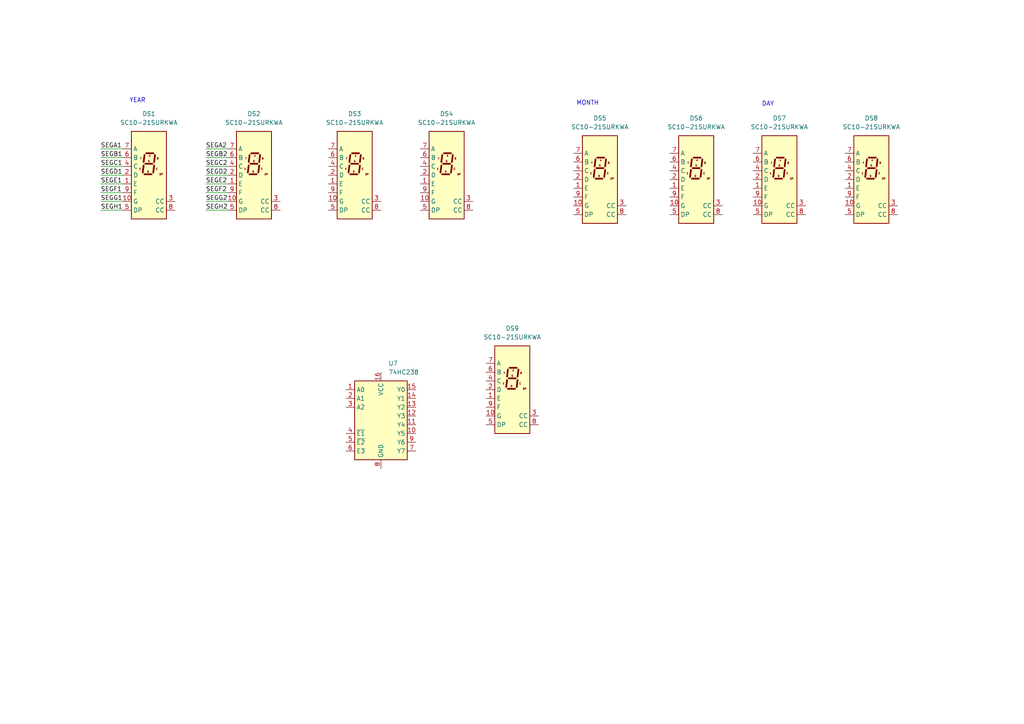
<source format=kicad_sch>
(kicad_sch (version 20250114) (generator "eeschema") (generator_version "9.0")
  (paper "A4")
  (lib_symbols
    (symbol "74xx:74HC238"
      (property "Reference" "U" (at -7.62 13.97 0))
      (property "Value" "74HC238" (at 2.54 -11.43 0))
      (symbol "74HC238_0_1"
        (rectangle (start -7.62 12.7) (end 7.62 -10.16) (stroke (width 0.254)) (fill (type background)))
      )
      (symbol "74HC238_1_1"
        (pin input line (at -10.16 10.16 0) (length 2.54) (name "A0") (number "1"))
        (pin input line (at -10.16 7.62 0) (length 2.54) (name "A1") (number "2"))
        (pin input line (at -10.16 5.08 0) (length 2.54) (name "A2") (number "3"))
        (pin input line (at -10.16 -2.54 0) (length 2.54) (name "~{E1}") (number "4"))
        (pin input line (at -10.16 -5.08 0) (length 2.54) (name "~{E2}") (number "5"))
        (pin input line (at -10.16 -7.62 0) (length 2.54) (name "E3") (number "6"))
        (pin power_in line (at 0 15.24 270) (length 2.54) (name "VCC") (number "16"))
        (pin power_in line (at 0 -12.7 90) (length 2.54) (name "GND") (number "8"))
        (pin output line (at 10.16 10.16 180) (length 2.54) (name "Y0") (number "15"))
        (pin output line (at 10.16 7.62 180) (length 2.54) (name "Y1") (number "14"))
        (pin output line (at 10.16 5.08 180) (length 2.54) (name "Y2") (number "13"))
        (pin output line (at 10.16 2.54 180) (length 2.54) (name "Y3") (number "12"))
        (pin output line (at 10.16 0 180) (length 2.54) (name "Y4") (number "11"))
        (pin output line (at 10.16 -2.54 180) (length 2.54) (name "Y5") (number "10"))
        (pin output line (at 10.16 -5.08 180) (length 2.54) (name "Y6") (number "9"))
        (pin output line (at 10.16 -7.62 180) (length 2.54) (name "Y7") (number "7"))
      )
    )
    (symbol "7Segment:SC10-21SURKWA"
      (property "Reference" "DS" (at 0 2.794 0))
      (property "Value" "SC10-21SURKWA" (at 0 1.016 0))
      (symbol "SC10-21SURKWA_0_0"
        (text "E" (at -2.54 -10.922 0) (effects (font (size 0.508 0.508))))
        (text "F" (at -2.286 -7.874 0) (effects (font (size 0.508 0.508))))
        (text "D" (at -0.254 -11.684 0) (effects (font (size 0.508 0.508))))
        (text "G" (at 0 -8.636 0) (effects (font (size 0.508 0.508))))
        (text "A" (at 0.254 -7.112 0) (effects (font (size 0.508 0.508))))
        (text "C" (at 2.286 -10.922 0) (effects (font (size 0.508 0.508))))
        (text "B" (at 2.54 -7.874 0) (effects (font (size 0.508 0.508))))
        (text "DP" (at 3.556 -12.446 0) (effects (font (size 0.508 0.508))))
      )
      (symbol "SC10-21SURKWA_0_1"
        (rectangle (start -5.08 0) (end 5.08 -25.4) (stroke (width 0.254)) (fill (type background)))
        (polyline (pts (xy -1.524 -9.906) (xy -1.778 -11.938)) (stroke (width 0.508)))
        (polyline (pts (xy -1.27 -6.858) (xy -1.524 -8.89)) (stroke (width 0.508)))
        (polyline (pts (xy -1.27 -12.446) (xy 0.762 -12.446)) (stroke (width 0.508)))
        (polyline (pts (xy -1.016 -9.398) (xy 1.016 -9.398)) (stroke (width 0.508)))
        (polyline (pts (xy -0.762 -6.35) (xy 1.27 -6.35)) (stroke (width 0.508)))
        (polyline (pts (xy 1.524 -9.906) (xy 1.27 -11.938)) (stroke (width 0.508)))
        (polyline (pts (xy 1.778 -6.858) (xy 1.524 -8.89)) (stroke (width 0.508)))
        (polyline (pts (xy 2.54 -12.446) (xy 2.54 -12.446)) (stroke (width 0.508)))
      )
      (symbol "SC10-21SURKWA_1_1"
        (pin input line (at -7.62 -5.08 0) (length 2.54) (name "A") (number "7"))
        (pin input line (at -7.62 -7.62 0) (length 2.54) (name "B") (number "6"))
        (pin input line (at -7.62 -10.16 0) (length 2.54) (name "C") (number "4"))
        (pin input line (at -7.62 -12.7 0) (length 2.54) (name "D") (number "2"))
        (pin input line (at -7.62 -15.24 0) (length 2.54) (name "E") (number "1"))
        (pin input line (at -7.62 -17.78 0) (length 2.54) (name "F") (number "9"))
        (pin input line (at -7.62 -20.32 0) (length 2.54) (name "G") (number "10"))
        (pin input line (at -7.62 -22.86 0) (length 2.54) (name "DP") (number "5"))
        (pin input line (at 7.62 -20.32 180) (length 2.54) (name "CC") (number "3"))
        (pin input line (at 7.62 -22.86 180) (length 2.54) (name "CC") (number "8"))
      )
    )
  )
  (text "DAY" (at 222.758 30.226 0) (effects (font (size 1.27 1.27))))
  (text "MONTH" (at 170.434 29.972 0) (effects (font (size 1.27 1.27))))
  (text "YEAR" (at 39.878 29.21 0) (effects (font (size 1.27 1.27))))
  (wire (pts (xy 29.21 58.42) (xy 35.56 58.42)))
  (wire (pts (xy 59.69 48.26) (xy 66.04 48.26)))
  (wire (pts (xy 29.21 55.88) (xy 35.56 55.88)))
  (wire (pts (xy 59.69 58.42) (xy 66.04 58.42)))
  (wire (pts (xy 59.69 43.18) (xy 66.04 43.18)))
  (wire (pts (xy 29.21 50.8) (xy 35.56 50.8)))
  (wire (pts (xy 29.21 48.26) (xy 35.56 48.26)))
  (wire (pts (xy 59.69 45.72) (xy 66.04 45.72)))
  (wire (pts (xy 59.69 55.88) (xy 66.04 55.88)))
  (wire (pts (xy 29.21 53.34) (xy 35.56 53.34)))
  (wire (pts (xy 29.21 43.18) (xy 35.56 43.18)))
  (wire (pts (xy 29.21 45.72) (xy 35.56 45.72)))
  (wire (pts (xy 59.69 50.8) (xy 66.04 50.8)))
  (wire (pts (xy 59.69 60.96) (xy 66.04 60.96)))
  (wire (pts (xy 29.21 60.96) (xy 35.56 60.96)))
  (wire (pts (xy 59.69 53.34) (xy 66.04 53.34)))
  (label "SEGF1" (at 29.21 55.88 0))
  (label "SEGF2" (at 59.69 55.88 0))
  (label "SEGB2" (at 59.69 45.72 0))
  (label "SEGE1" (at 29.21 53.34 0))
  (label "SEGH1" (at 29.21 60.96 0))
  (label "SEGD2" (at 59.69 50.8 0))
  (label "SEGA2" (at 59.69 43.18 0))
  (label "SEGG1" (at 29.21 58.42 0))
  (label "SEGB1" (at 29.21 45.72 0))
  (label "SEGE2" (at 59.69 53.34 0))
  (label "SEGH2" (at 59.69 60.96 0))
  (label "SEGD1" (at 29.21 50.8 0))
  (label "SEGG2" (at 59.69 58.42 0))
  (label "SEGC2" (at 59.69 48.26 0))
  (label "SEGC1" (at 29.21 48.26 0))
  (label "SEGA1" (at 29.21 43.18 0))
  (symbol (lib_id "7Segment:SC10-21SURKWA") (at 102.87 38.1 0) (unit 1)
    (property "Reference" "DS3" (at 102.87 33.02 0))
    (property "Value" "SC10-21SURKWA" (at 102.87 35.56 0))
    (property "Footprint" "Display_Custom:SC10-21SURKWA" (effects (hide yes)))
  )
  (symbol (lib_id "7Segment:SC10-21SURKWA") (at 252.73 39.37 0) (unit 1)
    (property "Reference" "DS8" (at 252.73 34.29 0))
    (property "Value" "SC10-21SURKWA" (at 252.73 36.83 0))
    (property "Footprint" "Display_Custom:SC10-21SURKWA" (effects (hide yes)))
  )
  (symbol (lib_id "74xx:74HC238") (at 110.49 123.19 0) (unit 1)
    (property "Reference" "U7" (at 112.6333 105.41 0) (effects (justify left)))
    (property "Value" "74HC238" (at 112.6333 107.95 0) (effects (justify left)))
    (property "Datasheet" "https://www.ti.com/lit/ds/symlink/cd74hc238.pdf" (effects (hide yes)))
    (property "Description" "3-to-8 line decoder/multiplexer, DIP-16/SOIC-16/SSOP-16" (effects (hide yes)))
  )
  (symbol (lib_id "7Segment:SC10-21SURKWA") (at 226.06 39.37 0) (unit 1)
    (property "Reference" "DS7" (at 226.06 34.29 0))
    (property "Value" "SC10-21SURKWA" (at 226.06 36.83 0))
    (property "Footprint" "Display_Custom:SC10-21SURKWA" (effects (hide yes)))
  )
  (symbol (lib_id "7Segment:SC10-21SURKWA") (at 173.99 39.37 0) (unit 1)
    (property "Reference" "DS5" (at 173.99 34.29 0))
    (property "Value" "SC10-21SURKWA" (at 173.99 36.83 0))
    (property "Footprint" "Display_Custom:SC10-21SURKWA" (effects (hide yes)))
  )
  (symbol (lib_id "7Segment:SC10-21SURKWA") (at 129.54 38.1 0) (unit 1)
    (property "Reference" "DS4" (at 129.54 33.02 0))
    (property "Value" "SC10-21SURKWA" (at 129.54 35.56 0))
    (property "Footprint" "Display_Custom:SC10-21SURKWA" (effects (hide yes)))
  )
  (symbol (lib_id "7Segment:SC10-21SURKWA") (at 73.66 38.1 0) (unit 1)
    (property "Reference" "DS2" (at 73.66 33.02 0))
    (property "Value" "SC10-21SURKWA" (at 73.66 35.56 0))
    (property "Footprint" "Display_Custom:SC10-21SURKWA" (effects (hide yes)))
  )
  (symbol (lib_id "7Segment:SC10-21SURKWA") (at 148.59 100.33 0) (unit 1)
    (property "Reference" "DS9" (at 148.59 95.25 0))
    (property "Value" "SC10-21SURKWA" (at 148.59 97.79 0))
    (property "Footprint" "Display_Custom:SC10-21SURKWA" (effects (hide yes)))
  )
  (symbol (lib_id "7Segment:SC10-21SURKWA") (at 201.93 39.37 0) (unit 1)
    (property "Reference" "DS6" (at 201.93 34.29 0))
    (property "Value" "SC10-21SURKWA" (at 201.93 36.83 0))
    (property "Footprint" "Display_Custom:SC10-21SURKWA" (effects (hide yes)))
  )
  (symbol (lib_id "7Segment:SC10-21SURKWA") (at 43.18 38.1 0) (unit 1)
    (property "Reference" "DS1" (at 43.18 33.02 0))
    (property "Value" "SC10-21SURKWA" (at 43.18 35.56 0))
    (property "Footprint" "Display_Custom:SC10-21SURKWA" (effects (hide yes)))
  )
)
</source>
